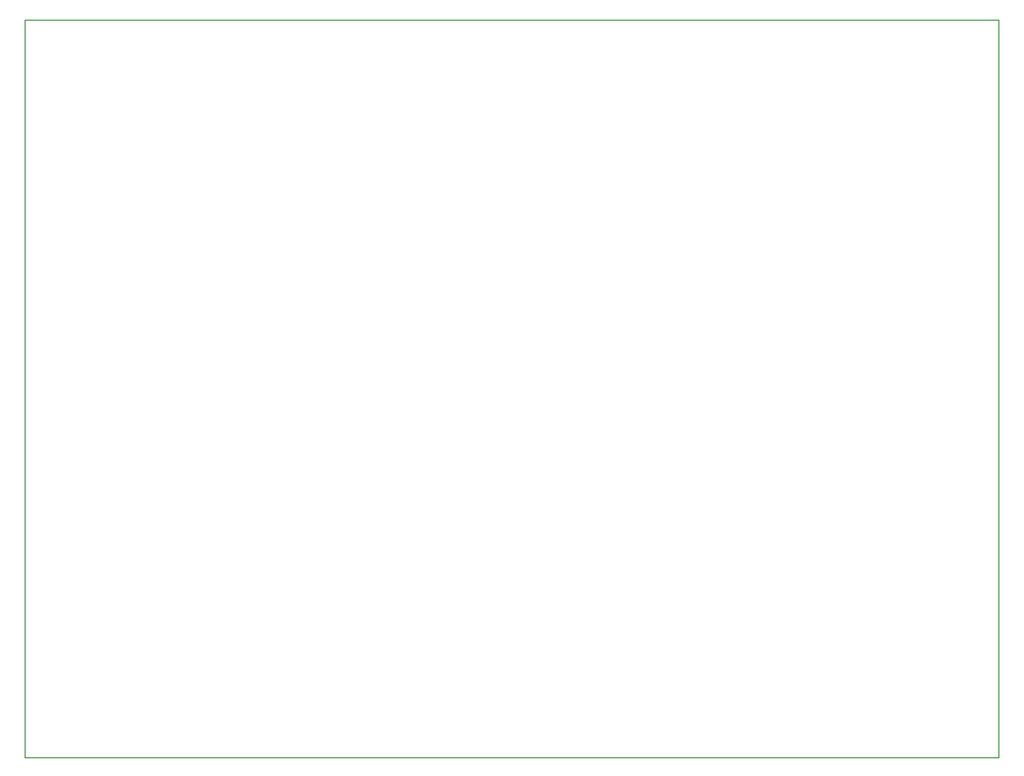
<source format=gbr>
G04 #@! TF.FileFunction,Profile,NP*
%FSLAX46Y46*%
G04 Gerber Fmt 4.6, Leading zero omitted, Abs format (unit mm)*
G04 Created by KiCad (PCBNEW (after 2015-mar-04 BZR unknown)-product) date Fri 03 Jul 2015 12:32:40 AM EDT*
%MOMM*%
G01*
G04 APERTURE LIST*
%ADD10C,0.100000*%
G04 APERTURE END LIST*
D10*
X104775000Y-53975000D02*
X100965000Y-53975000D01*
X104775000Y-117475000D02*
X100965000Y-117475000D01*
X180975000Y-117475000D02*
X184785000Y-117475000D01*
X180975000Y-53975000D02*
X184785000Y-53975000D01*
X180975000Y-117475000D02*
X104775000Y-117475000D01*
X184785000Y-53975000D02*
X184785000Y-117475000D01*
X104775000Y-53975000D02*
X180975000Y-53975000D01*
X100965000Y-117475000D02*
X100965000Y-53975000D01*
M02*

</source>
